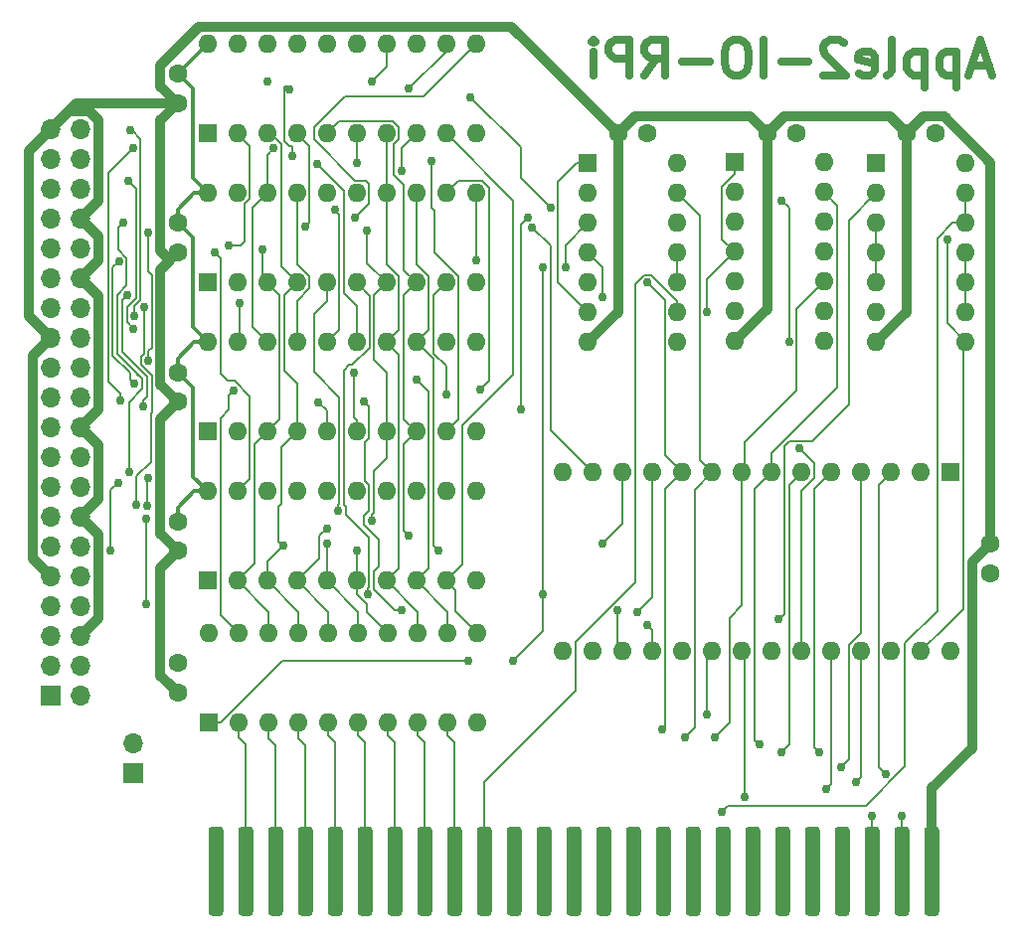
<source format=gbr>
G04 #@! TF.GenerationSoftware,KiCad,Pcbnew,(5.1.12-1-10_14)*
G04 #@! TF.CreationDate,2022-02-16T21:29:44-05:00*
G04 #@! TF.ProjectId,Apple2IORPi,4170706c-6532-4494-9f52-50692e6b6963,0.5*
G04 #@! TF.SameCoordinates,Original*
G04 #@! TF.FileFunction,Copper,L2,Bot*
G04 #@! TF.FilePolarity,Positive*
%FSLAX46Y46*%
G04 Gerber Fmt 4.6, Leading zero omitted, Abs format (unit mm)*
G04 Created by KiCad (PCBNEW (5.1.12-1-10_14)) date 2022-02-16 21:29:44*
%MOMM*%
%LPD*%
G01*
G04 APERTURE LIST*
G04 #@! TA.AperFunction,NonConductor*
%ADD10C,0.635000*%
G04 #@! TD*
G04 #@! TA.AperFunction,ComponentPad*
%ADD11C,1.600000*%
G04 #@! TD*
G04 #@! TA.AperFunction,ComponentPad*
%ADD12O,1.600000X1.600000*%
G04 #@! TD*
G04 #@! TA.AperFunction,ComponentPad*
%ADD13R,1.600000X1.600000*%
G04 #@! TD*
G04 #@! TA.AperFunction,ComponentPad*
%ADD14R,1.700000X1.700000*%
G04 #@! TD*
G04 #@! TA.AperFunction,ComponentPad*
%ADD15O,1.700000X1.700000*%
G04 #@! TD*
G04 #@! TA.AperFunction,ViaPad*
%ADD16C,0.762000*%
G04 #@! TD*
G04 #@! TA.AperFunction,Conductor*
%ADD17C,0.177800*%
G04 #@! TD*
G04 #@! TA.AperFunction,Conductor*
%ADD18C,0.812800*%
G04 #@! TD*
G04 #@! TA.AperFunction,Conductor*
%ADD19C,0.355600*%
G04 #@! TD*
G04 APERTURE END LIST*
D10*
X190365742Y-46888400D02*
X188914314Y-46888400D01*
X190656028Y-47759257D02*
X189640028Y-44711257D01*
X188624028Y-47759257D01*
X187608028Y-45727257D02*
X187608028Y-48775257D01*
X187608028Y-45872400D02*
X187317742Y-45727257D01*
X186737171Y-45727257D01*
X186446885Y-45872400D01*
X186301742Y-46017542D01*
X186156600Y-46307828D01*
X186156600Y-47178685D01*
X186301742Y-47468971D01*
X186446885Y-47614114D01*
X186737171Y-47759257D01*
X187317742Y-47759257D01*
X187608028Y-47614114D01*
X184850314Y-45727257D02*
X184850314Y-48775257D01*
X184850314Y-45872400D02*
X184560028Y-45727257D01*
X183979457Y-45727257D01*
X183689171Y-45872400D01*
X183544028Y-46017542D01*
X183398885Y-46307828D01*
X183398885Y-47178685D01*
X183544028Y-47468971D01*
X183689171Y-47614114D01*
X183979457Y-47759257D01*
X184560028Y-47759257D01*
X184850314Y-47614114D01*
X181657171Y-47759257D02*
X181947457Y-47614114D01*
X182092600Y-47323828D01*
X182092600Y-44711257D01*
X179334885Y-47614114D02*
X179625171Y-47759257D01*
X180205742Y-47759257D01*
X180496028Y-47614114D01*
X180641171Y-47323828D01*
X180641171Y-46162685D01*
X180496028Y-45872400D01*
X180205742Y-45727257D01*
X179625171Y-45727257D01*
X179334885Y-45872400D01*
X179189742Y-46162685D01*
X179189742Y-46452971D01*
X180641171Y-46743257D01*
X178028600Y-45001542D02*
X177883457Y-44856400D01*
X177593171Y-44711257D01*
X176867457Y-44711257D01*
X176577171Y-44856400D01*
X176432028Y-45001542D01*
X176286885Y-45291828D01*
X176286885Y-45582114D01*
X176432028Y-46017542D01*
X178173742Y-47759257D01*
X176286885Y-47759257D01*
X174980600Y-46598114D02*
X172658314Y-46598114D01*
X171206885Y-47759257D02*
X171206885Y-44711257D01*
X169174885Y-44711257D02*
X168594314Y-44711257D01*
X168304028Y-44856400D01*
X168013742Y-45146685D01*
X167868600Y-45727257D01*
X167868600Y-46743257D01*
X168013742Y-47323828D01*
X168304028Y-47614114D01*
X168594314Y-47759257D01*
X169174885Y-47759257D01*
X169465171Y-47614114D01*
X169755457Y-47323828D01*
X169900600Y-46743257D01*
X169900600Y-45727257D01*
X169755457Y-45146685D01*
X169465171Y-44856400D01*
X169174885Y-44711257D01*
X166562314Y-46598114D02*
X164240028Y-46598114D01*
X161046885Y-47759257D02*
X162062885Y-46307828D01*
X162788600Y-47759257D02*
X162788600Y-44711257D01*
X161627457Y-44711257D01*
X161337171Y-44856400D01*
X161192028Y-45001542D01*
X161046885Y-45291828D01*
X161046885Y-45727257D01*
X161192028Y-46017542D01*
X161337171Y-46162685D01*
X161627457Y-46307828D01*
X162788600Y-46307828D01*
X159740600Y-47759257D02*
X159740600Y-44711257D01*
X158579457Y-44711257D01*
X158289171Y-44856400D01*
X158144028Y-45001542D01*
X157998885Y-45291828D01*
X157998885Y-45727257D01*
X158144028Y-46017542D01*
X158289171Y-46162685D01*
X158579457Y-46307828D01*
X159740600Y-46307828D01*
X156692600Y-47759257D02*
X156692600Y-45727257D01*
X156692600Y-44711257D02*
X156837742Y-44856400D01*
X156692600Y-45001542D01*
X156547457Y-44856400D01*
X156692600Y-44711257D01*
X156692600Y-45001542D01*
D11*
X190500000Y-90170000D03*
X190500000Y-87670000D03*
D12*
X176326800Y-55168800D03*
X168706800Y-70408800D03*
X176326800Y-57708800D03*
X168706800Y-67868800D03*
X176326800Y-60248800D03*
X168706800Y-65328800D03*
X176326800Y-62788800D03*
X168706800Y-62788800D03*
X176326800Y-65328800D03*
X168706800Y-60248800D03*
X176326800Y-67868800D03*
X168706800Y-57708800D03*
X176326800Y-70408800D03*
D13*
X168706800Y-55168800D03*
X180771800Y-55245000D03*
D12*
X188391800Y-70485000D03*
X180771800Y-57785000D03*
X188391800Y-67945000D03*
X180771800Y-60325000D03*
X188391800Y-65405000D03*
X180771800Y-62865000D03*
X188391800Y-62865000D03*
X180771800Y-65405000D03*
X188391800Y-60325000D03*
X180771800Y-67945000D03*
X188391800Y-57785000D03*
X180771800Y-70485000D03*
X188391800Y-55245000D03*
X163830000Y-55245000D03*
X156210000Y-70485000D03*
X163830000Y-57785000D03*
X156210000Y-67945000D03*
X163830000Y-60325000D03*
X156210000Y-65405000D03*
X163830000Y-62865000D03*
X156210000Y-62865000D03*
X163830000Y-65405000D03*
X156210000Y-60325000D03*
X163830000Y-67945000D03*
X156210000Y-57785000D03*
X163830000Y-70485000D03*
D13*
X156210000Y-55245000D03*
D11*
X121285000Y-85765000D03*
X121285000Y-88265000D03*
X121285000Y-100330000D03*
X121285000Y-97830000D03*
X121285000Y-75565000D03*
X121285000Y-73065000D03*
X158790000Y-52705000D03*
X161290000Y-52705000D03*
X173990000Y-52705000D03*
X171490000Y-52705000D03*
X185851800Y-52705000D03*
X183351800Y-52705000D03*
D13*
X123825000Y-65405000D03*
D12*
X146685000Y-57785000D03*
X126365000Y-65405000D03*
X144145000Y-57785000D03*
X128905000Y-65405000D03*
X141605000Y-57785000D03*
X131445000Y-65405000D03*
X139065000Y-57785000D03*
X133985000Y-65405000D03*
X136525000Y-57785000D03*
X136525000Y-65405000D03*
X133985000Y-57785000D03*
X139065000Y-65405000D03*
X131445000Y-57785000D03*
X141605000Y-65405000D03*
X128905000Y-57785000D03*
X144145000Y-65405000D03*
X126365000Y-57785000D03*
X146685000Y-65405000D03*
X123825000Y-57785000D03*
D11*
X121285000Y-60325000D03*
X121285000Y-62825000D03*
D13*
X123825000Y-78105000D03*
D12*
X146685000Y-70485000D03*
X126365000Y-78105000D03*
X144145000Y-70485000D03*
X128905000Y-78105000D03*
X141605000Y-70485000D03*
X131445000Y-78105000D03*
X139065000Y-70485000D03*
X133985000Y-78105000D03*
X136525000Y-70485000D03*
X136525000Y-78105000D03*
X133985000Y-70485000D03*
X139065000Y-78105000D03*
X131445000Y-70485000D03*
X141605000Y-78105000D03*
X128905000Y-70485000D03*
X144145000Y-78105000D03*
X126365000Y-70485000D03*
X146685000Y-78105000D03*
X123825000Y-70485000D03*
D14*
X110490000Y-100584000D03*
D15*
X113030000Y-100584000D03*
X110490000Y-98044000D03*
X113030000Y-98044000D03*
X110490000Y-95504000D03*
X113030000Y-95504000D03*
X110490000Y-92964000D03*
X113030000Y-92964000D03*
X110490000Y-90424000D03*
X113030000Y-90424000D03*
X110490000Y-87884000D03*
X113030000Y-87884000D03*
X110490000Y-85344000D03*
X113030000Y-85344000D03*
X110490000Y-82804000D03*
X113030000Y-82804000D03*
X110490000Y-80264000D03*
X113030000Y-80264000D03*
X110490000Y-77724000D03*
X113030000Y-77724000D03*
X110490000Y-75184000D03*
X113030000Y-75184000D03*
X110490000Y-72644000D03*
X113030000Y-72644000D03*
X110490000Y-70104000D03*
X113030000Y-70104000D03*
X110490000Y-67564000D03*
X113030000Y-67564000D03*
X110490000Y-65024000D03*
X113030000Y-65024000D03*
X110490000Y-62484000D03*
X113030000Y-62484000D03*
X110490000Y-59944000D03*
X113030000Y-59944000D03*
X110490000Y-57404000D03*
X113030000Y-57404000D03*
X110490000Y-54864000D03*
X113030000Y-54864000D03*
X110490000Y-52324000D03*
X113030000Y-52324000D03*
D12*
X123825000Y-45085000D03*
X146685000Y-52705000D03*
X126365000Y-45085000D03*
X144145000Y-52705000D03*
X128905000Y-45085000D03*
X141605000Y-52705000D03*
X131445000Y-45085000D03*
X139065000Y-52705000D03*
X133985000Y-45085000D03*
X136525000Y-52705000D03*
X136525000Y-45085000D03*
X133985000Y-52705000D03*
X139065000Y-45085000D03*
X131445000Y-52705000D03*
X141605000Y-45085000D03*
X128905000Y-52705000D03*
X144145000Y-45085000D03*
X126365000Y-52705000D03*
X146685000Y-45085000D03*
D13*
X123825000Y-52705000D03*
X187101925Y-81586962D03*
D12*
X154081925Y-96826962D03*
X184561925Y-81586962D03*
X156621925Y-96826962D03*
X182021925Y-81586962D03*
X159161925Y-96826962D03*
X179481925Y-81586962D03*
X161701925Y-96826962D03*
X176941925Y-81586962D03*
X164241925Y-96826962D03*
X174401925Y-81586962D03*
X166781925Y-96826962D03*
X171861925Y-81586962D03*
X169321925Y-96826962D03*
X169321925Y-81586962D03*
X171861925Y-96826962D03*
X166781925Y-81586962D03*
X174401925Y-96826962D03*
X164241925Y-81586962D03*
X176941925Y-96826962D03*
X161701925Y-81586962D03*
X179481925Y-96826962D03*
X159161925Y-81586962D03*
X182021925Y-96826962D03*
X156621925Y-81586962D03*
X184561925Y-96826962D03*
X154081925Y-81586962D03*
X187101925Y-96826962D03*
G04 #@! TA.AperFunction,ConnectorPad*
G36*
G01*
X123900001Y-119062500D02*
X123900001Y-112077500D01*
G75*
G02*
X124217501Y-111760000I317500J0D01*
G01*
X124852501Y-111760000D01*
G75*
G02*
X125170001Y-112077500I0J-317500D01*
G01*
X125170001Y-119062500D01*
G75*
G02*
X124852501Y-119380000I-317500J0D01*
G01*
X124217501Y-119380000D01*
G75*
G02*
X123900001Y-119062500I0J317500D01*
G01*
G37*
G04 #@! TD.AperFunction*
G04 #@! TA.AperFunction,ConnectorPad*
G36*
G01*
X126440001Y-119062500D02*
X126440001Y-112077500D01*
G75*
G02*
X126757501Y-111760000I317500J0D01*
G01*
X127392501Y-111760000D01*
G75*
G02*
X127710001Y-112077500I0J-317500D01*
G01*
X127710001Y-119062500D01*
G75*
G02*
X127392501Y-119380000I-317500J0D01*
G01*
X126757501Y-119380000D01*
G75*
G02*
X126440001Y-119062500I0J317500D01*
G01*
G37*
G04 #@! TD.AperFunction*
G04 #@! TA.AperFunction,ConnectorPad*
G36*
G01*
X128980001Y-119062500D02*
X128980001Y-112077500D01*
G75*
G02*
X129297501Y-111760000I317500J0D01*
G01*
X129932501Y-111760000D01*
G75*
G02*
X130250001Y-112077500I0J-317500D01*
G01*
X130250001Y-119062500D01*
G75*
G02*
X129932501Y-119380000I-317500J0D01*
G01*
X129297501Y-119380000D01*
G75*
G02*
X128980001Y-119062500I0J317500D01*
G01*
G37*
G04 #@! TD.AperFunction*
G04 #@! TA.AperFunction,ConnectorPad*
G36*
G01*
X131520001Y-119062500D02*
X131520001Y-112077500D01*
G75*
G02*
X131837501Y-111760000I317500J0D01*
G01*
X132472501Y-111760000D01*
G75*
G02*
X132790001Y-112077500I0J-317500D01*
G01*
X132790001Y-119062500D01*
G75*
G02*
X132472501Y-119380000I-317500J0D01*
G01*
X131837501Y-119380000D01*
G75*
G02*
X131520001Y-119062500I0J317500D01*
G01*
G37*
G04 #@! TD.AperFunction*
G04 #@! TA.AperFunction,ConnectorPad*
G36*
G01*
X134060001Y-119062500D02*
X134060001Y-112077500D01*
G75*
G02*
X134377501Y-111760000I317500J0D01*
G01*
X135012501Y-111760000D01*
G75*
G02*
X135330001Y-112077500I0J-317500D01*
G01*
X135330001Y-119062500D01*
G75*
G02*
X135012501Y-119380000I-317500J0D01*
G01*
X134377501Y-119380000D01*
G75*
G02*
X134060001Y-119062500I0J317500D01*
G01*
G37*
G04 #@! TD.AperFunction*
G04 #@! TA.AperFunction,ConnectorPad*
G36*
G01*
X136600001Y-119062500D02*
X136600001Y-112077500D01*
G75*
G02*
X136917501Y-111760000I317500J0D01*
G01*
X137552501Y-111760000D01*
G75*
G02*
X137870001Y-112077500I0J-317500D01*
G01*
X137870001Y-119062500D01*
G75*
G02*
X137552501Y-119380000I-317500J0D01*
G01*
X136917501Y-119380000D01*
G75*
G02*
X136600001Y-119062500I0J317500D01*
G01*
G37*
G04 #@! TD.AperFunction*
G04 #@! TA.AperFunction,ConnectorPad*
G36*
G01*
X139140001Y-119062500D02*
X139140001Y-112077500D01*
G75*
G02*
X139457501Y-111760000I317500J0D01*
G01*
X140092501Y-111760000D01*
G75*
G02*
X140410001Y-112077500I0J-317500D01*
G01*
X140410001Y-119062500D01*
G75*
G02*
X140092501Y-119380000I-317500J0D01*
G01*
X139457501Y-119380000D01*
G75*
G02*
X139140001Y-119062500I0J317500D01*
G01*
G37*
G04 #@! TD.AperFunction*
G04 #@! TA.AperFunction,ConnectorPad*
G36*
G01*
X141680001Y-119062500D02*
X141680001Y-112077500D01*
G75*
G02*
X141997501Y-111760000I317500J0D01*
G01*
X142632501Y-111760000D01*
G75*
G02*
X142950001Y-112077500I0J-317500D01*
G01*
X142950001Y-119062500D01*
G75*
G02*
X142632501Y-119380000I-317500J0D01*
G01*
X141997501Y-119380000D01*
G75*
G02*
X141680001Y-119062500I0J317500D01*
G01*
G37*
G04 #@! TD.AperFunction*
G04 #@! TA.AperFunction,ConnectorPad*
G36*
G01*
X144220001Y-119062500D02*
X144220001Y-112077500D01*
G75*
G02*
X144537501Y-111760000I317500J0D01*
G01*
X145172501Y-111760000D01*
G75*
G02*
X145490001Y-112077500I0J-317500D01*
G01*
X145490001Y-119062500D01*
G75*
G02*
X145172501Y-119380000I-317500J0D01*
G01*
X144537501Y-119380000D01*
G75*
G02*
X144220001Y-119062500I0J317500D01*
G01*
G37*
G04 #@! TD.AperFunction*
G04 #@! TA.AperFunction,ConnectorPad*
G36*
G01*
X146760001Y-119062500D02*
X146760001Y-112077500D01*
G75*
G02*
X147077501Y-111760000I317500J0D01*
G01*
X147712501Y-111760000D01*
G75*
G02*
X148030001Y-112077500I0J-317500D01*
G01*
X148030001Y-119062500D01*
G75*
G02*
X147712501Y-119380000I-317500J0D01*
G01*
X147077501Y-119380000D01*
G75*
G02*
X146760001Y-119062500I0J317500D01*
G01*
G37*
G04 #@! TD.AperFunction*
G04 #@! TA.AperFunction,ConnectorPad*
G36*
G01*
X149300001Y-119062500D02*
X149300001Y-112077500D01*
G75*
G02*
X149617501Y-111760000I317500J0D01*
G01*
X150252501Y-111760000D01*
G75*
G02*
X150570001Y-112077500I0J-317500D01*
G01*
X150570001Y-119062500D01*
G75*
G02*
X150252501Y-119380000I-317500J0D01*
G01*
X149617501Y-119380000D01*
G75*
G02*
X149300001Y-119062500I0J317500D01*
G01*
G37*
G04 #@! TD.AperFunction*
G04 #@! TA.AperFunction,ConnectorPad*
G36*
G01*
X151840001Y-119062500D02*
X151840001Y-112077500D01*
G75*
G02*
X152157501Y-111760000I317500J0D01*
G01*
X152792501Y-111760000D01*
G75*
G02*
X153110001Y-112077500I0J-317500D01*
G01*
X153110001Y-119062500D01*
G75*
G02*
X152792501Y-119380000I-317500J0D01*
G01*
X152157501Y-119380000D01*
G75*
G02*
X151840001Y-119062500I0J317500D01*
G01*
G37*
G04 #@! TD.AperFunction*
G04 #@! TA.AperFunction,ConnectorPad*
G36*
G01*
X156920001Y-119062500D02*
X156920001Y-112077500D01*
G75*
G02*
X157237501Y-111760000I317500J0D01*
G01*
X157872501Y-111760000D01*
G75*
G02*
X158190001Y-112077500I0J-317500D01*
G01*
X158190001Y-119062500D01*
G75*
G02*
X157872501Y-119380000I-317500J0D01*
G01*
X157237501Y-119380000D01*
G75*
G02*
X156920001Y-119062500I0J317500D01*
G01*
G37*
G04 #@! TD.AperFunction*
G04 #@! TA.AperFunction,ConnectorPad*
G36*
G01*
X154380001Y-119062500D02*
X154380001Y-112077500D01*
G75*
G02*
X154697501Y-111760000I317500J0D01*
G01*
X155332501Y-111760000D01*
G75*
G02*
X155650001Y-112077500I0J-317500D01*
G01*
X155650001Y-119062500D01*
G75*
G02*
X155332501Y-119380000I-317500J0D01*
G01*
X154697501Y-119380000D01*
G75*
G02*
X154380001Y-119062500I0J317500D01*
G01*
G37*
G04 #@! TD.AperFunction*
G04 #@! TA.AperFunction,ConnectorPad*
G36*
G01*
X159460001Y-119062500D02*
X159460001Y-112077500D01*
G75*
G02*
X159777501Y-111760000I317500J0D01*
G01*
X160412501Y-111760000D01*
G75*
G02*
X160730001Y-112077500I0J-317500D01*
G01*
X160730001Y-119062500D01*
G75*
G02*
X160412501Y-119380000I-317500J0D01*
G01*
X159777501Y-119380000D01*
G75*
G02*
X159460001Y-119062500I0J317500D01*
G01*
G37*
G04 #@! TD.AperFunction*
G04 #@! TA.AperFunction,ConnectorPad*
G36*
G01*
X162000001Y-119062500D02*
X162000001Y-112077500D01*
G75*
G02*
X162317501Y-111760000I317500J0D01*
G01*
X162952501Y-111760000D01*
G75*
G02*
X163270001Y-112077500I0J-317500D01*
G01*
X163270001Y-119062500D01*
G75*
G02*
X162952501Y-119380000I-317500J0D01*
G01*
X162317501Y-119380000D01*
G75*
G02*
X162000001Y-119062500I0J317500D01*
G01*
G37*
G04 #@! TD.AperFunction*
G04 #@! TA.AperFunction,ConnectorPad*
G36*
G01*
X164540001Y-119062500D02*
X164540001Y-112077500D01*
G75*
G02*
X164857501Y-111760000I317500J0D01*
G01*
X165492501Y-111760000D01*
G75*
G02*
X165810001Y-112077500I0J-317500D01*
G01*
X165810001Y-119062500D01*
G75*
G02*
X165492501Y-119380000I-317500J0D01*
G01*
X164857501Y-119380000D01*
G75*
G02*
X164540001Y-119062500I0J317500D01*
G01*
G37*
G04 #@! TD.AperFunction*
G04 #@! TA.AperFunction,ConnectorPad*
G36*
G01*
X167080001Y-119062500D02*
X167080001Y-112077500D01*
G75*
G02*
X167397501Y-111760000I317500J0D01*
G01*
X168032501Y-111760000D01*
G75*
G02*
X168350001Y-112077500I0J-317500D01*
G01*
X168350001Y-119062500D01*
G75*
G02*
X168032501Y-119380000I-317500J0D01*
G01*
X167397501Y-119380000D01*
G75*
G02*
X167080001Y-119062500I0J317500D01*
G01*
G37*
G04 #@! TD.AperFunction*
G04 #@! TA.AperFunction,ConnectorPad*
G36*
G01*
X169620001Y-119062500D02*
X169620001Y-112077500D01*
G75*
G02*
X169937501Y-111760000I317500J0D01*
G01*
X170572501Y-111760000D01*
G75*
G02*
X170890001Y-112077500I0J-317500D01*
G01*
X170890001Y-119062500D01*
G75*
G02*
X170572501Y-119380000I-317500J0D01*
G01*
X169937501Y-119380000D01*
G75*
G02*
X169620001Y-119062500I0J317500D01*
G01*
G37*
G04 #@! TD.AperFunction*
G04 #@! TA.AperFunction,ConnectorPad*
G36*
G01*
X172160001Y-119062500D02*
X172160001Y-112077500D01*
G75*
G02*
X172477501Y-111760000I317500J0D01*
G01*
X173112501Y-111760000D01*
G75*
G02*
X173430001Y-112077500I0J-317500D01*
G01*
X173430001Y-119062500D01*
G75*
G02*
X173112501Y-119380000I-317500J0D01*
G01*
X172477501Y-119380000D01*
G75*
G02*
X172160001Y-119062500I0J317500D01*
G01*
G37*
G04 #@! TD.AperFunction*
G04 #@! TA.AperFunction,ConnectorPad*
G36*
G01*
X174700001Y-119062500D02*
X174700001Y-112077500D01*
G75*
G02*
X175017501Y-111760000I317500J0D01*
G01*
X175652501Y-111760000D01*
G75*
G02*
X175970001Y-112077500I0J-317500D01*
G01*
X175970001Y-119062500D01*
G75*
G02*
X175652501Y-119380000I-317500J0D01*
G01*
X175017501Y-119380000D01*
G75*
G02*
X174700001Y-119062500I0J317500D01*
G01*
G37*
G04 #@! TD.AperFunction*
G04 #@! TA.AperFunction,ConnectorPad*
G36*
G01*
X177240001Y-119062500D02*
X177240001Y-112077500D01*
G75*
G02*
X177557501Y-111760000I317500J0D01*
G01*
X178192501Y-111760000D01*
G75*
G02*
X178510001Y-112077500I0J-317500D01*
G01*
X178510001Y-119062500D01*
G75*
G02*
X178192501Y-119380000I-317500J0D01*
G01*
X177557501Y-119380000D01*
G75*
G02*
X177240001Y-119062500I0J317500D01*
G01*
G37*
G04 #@! TD.AperFunction*
G04 #@! TA.AperFunction,ConnectorPad*
G36*
G01*
X179780001Y-119062500D02*
X179780001Y-112077500D01*
G75*
G02*
X180097501Y-111760000I317500J0D01*
G01*
X180732501Y-111760000D01*
G75*
G02*
X181050001Y-112077500I0J-317500D01*
G01*
X181050001Y-119062500D01*
G75*
G02*
X180732501Y-119380000I-317500J0D01*
G01*
X180097501Y-119380000D01*
G75*
G02*
X179780001Y-119062500I0J317500D01*
G01*
G37*
G04 #@! TD.AperFunction*
G04 #@! TA.AperFunction,ConnectorPad*
G36*
G01*
X182320001Y-119062500D02*
X182320001Y-112077500D01*
G75*
G02*
X182637501Y-111760000I317500J0D01*
G01*
X183272501Y-111760000D01*
G75*
G02*
X183590001Y-112077500I0J-317500D01*
G01*
X183590001Y-119062500D01*
G75*
G02*
X183272501Y-119380000I-317500J0D01*
G01*
X182637501Y-119380000D01*
G75*
G02*
X182320001Y-119062500I0J317500D01*
G01*
G37*
G04 #@! TD.AperFunction*
G04 #@! TA.AperFunction,ConnectorPad*
G36*
G01*
X184860001Y-119062500D02*
X184860001Y-112077500D01*
G75*
G02*
X185177501Y-111760000I317500J0D01*
G01*
X185812501Y-111760000D01*
G75*
G02*
X186130001Y-112077500I0J-317500D01*
G01*
X186130001Y-119062500D01*
G75*
G02*
X185812501Y-119380000I-317500J0D01*
G01*
X185177501Y-119380000D01*
G75*
G02*
X184860001Y-119062500I0J317500D01*
G01*
G37*
G04 #@! TD.AperFunction*
D13*
X123952000Y-102870000D03*
D12*
X146812000Y-95250000D03*
X126492000Y-102870000D03*
X144272000Y-95250000D03*
X129032000Y-102870000D03*
X141732000Y-95250000D03*
X131572000Y-102870000D03*
X139192000Y-95250000D03*
X134112000Y-102870000D03*
X136652000Y-95250000D03*
X136652000Y-102870000D03*
X134112000Y-95250000D03*
X139192000Y-102870000D03*
X131572000Y-95250000D03*
X141732000Y-102870000D03*
X129032000Y-95250000D03*
X144272000Y-102870000D03*
X126492000Y-95250000D03*
X146812000Y-102870000D03*
X123952000Y-95250000D03*
X123825000Y-83185000D03*
X146685000Y-90805000D03*
X126365000Y-83185000D03*
X144145000Y-90805000D03*
X128905000Y-83185000D03*
X141605000Y-90805000D03*
X131445000Y-83185000D03*
X139065000Y-90805000D03*
X133985000Y-83185000D03*
X136525000Y-90805000D03*
X136525000Y-83185000D03*
X133985000Y-90805000D03*
X139065000Y-83185000D03*
X131445000Y-90805000D03*
X141605000Y-83185000D03*
X128905000Y-90805000D03*
X144145000Y-83185000D03*
X126365000Y-90805000D03*
X146685000Y-83185000D03*
D13*
X123825000Y-90805000D03*
D11*
X121285000Y-50125000D03*
X121285000Y-47625000D03*
D14*
X117500400Y-107238800D03*
D15*
X117500400Y-104698800D03*
D16*
X140970000Y-86995000D03*
X133985000Y-87630000D03*
X136525000Y-55245000D03*
X143510000Y-88265000D03*
X136525000Y-88265000D03*
X181610000Y-107315000D03*
X158750000Y-93345000D03*
X177800000Y-106654599D03*
X161290000Y-94602300D03*
X141605000Y-73660000D03*
X140335000Y-55892700D03*
X175895000Y-105410000D03*
X129438400Y-53988593D03*
X172720000Y-105397300D03*
X166370000Y-102235000D03*
X172466000Y-94107000D03*
X170815000Y-104749600D03*
X169557700Y-109220000D03*
X167005000Y-104140000D03*
X164465000Y-104140000D03*
X162560000Y-103505000D03*
X161290000Y-65405000D03*
X176530000Y-108585000D03*
X160401000Y-93497400D03*
X125649727Y-62204599D03*
X128524000Y-62547500D03*
X179070000Y-107950000D03*
X157454600Y-87680800D03*
X130276600Y-87833200D03*
X137795000Y-85725000D03*
X133985000Y-86360000D03*
X132156200Y-60629800D03*
X151485600Y-60706000D03*
X137414000Y-60947300D03*
X167640000Y-110490000D03*
X180415001Y-110871000D03*
X182955001Y-110871000D03*
X118592600Y-85547200D03*
X118618000Y-92837000D03*
X140335000Y-93345000D03*
X144145000Y-74930000D03*
X137160000Y-75565000D03*
X137509508Y-92004891D03*
X116205000Y-82448400D03*
X115581801Y-88265000D03*
X134975600Y-84886800D03*
X118719600Y-84429600D03*
X118783199Y-82016600D03*
X117779800Y-84378800D03*
X118427500Y-67487800D03*
X117132100Y-81584800D03*
X136372600Y-59867800D03*
X116611400Y-60299600D03*
X131025999Y-54636293D03*
X117475000Y-53975000D03*
X116408200Y-75412600D03*
X130810000Y-48920400D03*
X140970000Y-48895000D03*
X137795000Y-48272700D03*
X128905000Y-48272700D03*
X118351300Y-75980431D03*
X117017800Y-66497200D03*
X117602000Y-74015600D03*
X116281200Y-63600701D03*
X126517400Y-67157600D03*
X133248400Y-75603199D03*
X118783199Y-72059800D03*
X118783199Y-61163200D03*
X117500400Y-69316600D03*
X117043200Y-56718200D03*
X136271000Y-73088500D03*
X134645400Y-59207400D03*
X142925800Y-55067200D03*
X133159401Y-55269910D03*
X117602000Y-68224400D03*
X117271800Y-52451000D03*
X157480000Y-66675000D03*
X146050000Y-97601573D03*
X149860000Y-97601573D03*
X152400000Y-64135000D03*
X152400000Y-91948000D03*
X126034006Y-74625994D03*
X166370000Y-67945000D03*
X154330401Y-64135000D03*
X124460000Y-62865000D03*
X150495000Y-76200000D03*
X151136567Y-59833416D03*
X174218600Y-79552800D03*
X147015200Y-74549000D03*
X146685000Y-63500000D03*
X153035000Y-59055000D03*
X146227800Y-49631600D03*
X172720000Y-58420000D03*
X173355000Y-70485000D03*
X186798209Y-61703209D03*
D17*
X136652000Y-93472000D02*
X133985000Y-90805000D01*
X136652000Y-95250000D02*
X136652000Y-93472000D01*
X140538299Y-77038299D02*
X141605000Y-78105000D01*
X140538299Y-66471701D02*
X140538299Y-77038299D01*
X141605000Y-65405000D02*
X140538299Y-66471701D01*
X139687299Y-54622701D02*
X139700000Y-54610000D01*
X139687299Y-56203597D02*
X139687299Y-54622701D01*
X140538299Y-57054597D02*
X139687299Y-56203597D01*
X141605000Y-65405000D02*
X140538299Y-64338299D01*
X140538299Y-64338299D02*
X140538299Y-57054597D01*
X139577017Y-51638299D02*
X135051701Y-51638299D01*
X140131701Y-52192983D02*
X139577017Y-51638299D01*
X140131701Y-53217017D02*
X140131701Y-52192983D01*
X135051701Y-51638299D02*
X133985000Y-52705000D01*
X139700000Y-53648718D02*
X140131701Y-53217017D01*
X139700000Y-54610000D02*
X139700000Y-53648718D01*
X140538299Y-86563299D02*
X140970000Y-86995000D01*
X141605000Y-78105000D02*
X140538299Y-79171701D01*
X140538299Y-79171701D02*
X140538299Y-86563299D01*
X133985000Y-87630000D02*
X133985000Y-90805000D01*
X136525000Y-55245000D02*
X136525000Y-52705000D01*
X142671701Y-69418299D02*
X141605000Y-70485000D01*
X142671701Y-64892983D02*
X142671701Y-69418299D01*
X141605000Y-63826282D02*
X142671701Y-64892983D01*
X141605000Y-57785000D02*
X141605000Y-63826282D01*
X143027311Y-71907311D02*
X143027311Y-87782311D01*
X141605000Y-70485000D02*
X143027311Y-71907311D01*
X143027311Y-87782311D02*
X143510000Y-88265000D01*
X136525000Y-88265000D02*
X136525000Y-90805000D01*
X136525000Y-91936370D02*
X137414000Y-92825370D01*
X136525000Y-90805000D02*
X136525000Y-91936370D01*
X137414000Y-93472000D02*
X139192000Y-95250000D01*
X137414000Y-92825370D02*
X137414000Y-93472000D01*
X180955224Y-82653663D02*
X182021925Y-81586962D01*
X180955224Y-106660224D02*
X180955224Y-82653663D01*
X181610000Y-107315000D02*
X180955224Y-106660224D01*
X141732000Y-93472000D02*
X139065000Y-90805000D01*
X141732000Y-95250000D02*
X141732000Y-93472000D01*
X158750000Y-96415037D02*
X159161925Y-96826962D01*
X158750000Y-93345000D02*
X158750000Y-96415037D01*
X140131701Y-71551701D02*
X139065000Y-70485000D01*
X140131701Y-89738299D02*
X140131701Y-71551701D01*
X139065000Y-90805000D02*
X140131701Y-89738299D01*
X139065000Y-52705000D02*
X139065000Y-57785000D01*
X140131701Y-69418299D02*
X139065000Y-70485000D01*
X140131701Y-64892983D02*
X140131701Y-69418299D01*
X139065000Y-63826282D02*
X140131701Y-64892983D01*
X139065000Y-57785000D02*
X139065000Y-63826282D01*
X178415224Y-106039375D02*
X177800000Y-106654599D01*
X178415224Y-96314945D02*
X178415224Y-106039375D01*
X179481925Y-81586962D02*
X179481925Y-95248244D01*
X179481925Y-95248244D02*
X178415224Y-96314945D01*
X144272000Y-93472000D02*
X141605000Y-90805000D01*
X144272000Y-95250000D02*
X144272000Y-93472000D01*
X161701925Y-95014225D02*
X161701925Y-96826962D01*
X161290000Y-94602300D02*
X161701925Y-95014225D01*
X142671701Y-74726701D02*
X141605000Y-73660000D01*
X141605000Y-90805000D02*
X142671701Y-89738299D01*
X142671701Y-89738299D02*
X142671701Y-74726701D01*
X141605000Y-52705000D02*
X140335000Y-53975000D01*
X140335000Y-53975000D02*
X140335000Y-55892700D01*
X131445000Y-63826282D02*
X131445000Y-57785000D01*
X132388718Y-64770000D02*
X131445000Y-63826282D01*
X132511701Y-64770000D02*
X132388718Y-64770000D01*
X132511701Y-65917017D02*
X132511701Y-64770000D01*
X131445000Y-66983718D02*
X132511701Y-65917017D01*
X131445000Y-70485000D02*
X131445000Y-66983718D01*
X175514001Y-83014886D02*
X176941925Y-81586962D01*
X175514001Y-105029001D02*
X175514001Y-83014886D01*
X175895000Y-105410000D02*
X175514001Y-105029001D01*
X144944999Y-93382999D02*
X146812000Y-95250000D01*
X144145000Y-90805000D02*
X144944999Y-91604999D01*
X144944999Y-91604999D02*
X144944999Y-93382999D01*
X127635000Y-69215000D02*
X128905000Y-70485000D01*
X127635000Y-59055000D02*
X127635000Y-69215000D01*
X128905000Y-57785000D02*
X127635000Y-59055000D01*
X128905000Y-57785000D02*
X128905000Y-54521993D01*
X128905000Y-54521993D02*
X129438400Y-53988593D01*
X145150595Y-89799405D02*
X144145000Y-90805000D01*
X145542099Y-89407901D02*
X144145000Y-90805000D01*
X145542099Y-77597000D02*
X145542099Y-89407901D01*
X149872701Y-73266398D02*
X145542099Y-77597000D01*
X149872701Y-58432701D02*
X149872701Y-73266398D01*
X144145000Y-52705000D02*
X149872701Y-58432701D01*
X173335224Y-104782076D02*
X172720000Y-105397300D01*
X174401925Y-81586962D02*
X173335224Y-82653663D01*
X173335224Y-82653663D02*
X173335224Y-104782076D01*
X166370000Y-97238887D02*
X166781925Y-96826962D01*
X166370000Y-102235000D02*
X166370000Y-97238887D01*
X178415224Y-60141576D02*
X180771800Y-57785000D01*
X178415224Y-75776282D02*
X178415224Y-60141576D01*
X175286407Y-78905099D02*
X178415224Y-75776282D01*
X173393101Y-78905099D02*
X175286407Y-78905099D01*
X172928626Y-79369574D02*
X173393101Y-78905099D01*
X172928626Y-93644374D02*
X172928626Y-79369574D01*
X172466000Y-94107000D02*
X172928626Y-93644374D01*
X172085000Y-81363887D02*
X171861925Y-81586962D01*
X170434001Y-83014886D02*
X171861925Y-81586962D01*
X170434001Y-104368601D02*
X170434001Y-83014886D01*
X170815000Y-104749600D02*
X170434001Y-104368601D01*
X171861925Y-79933367D02*
X171861925Y-81586962D01*
X177469701Y-74325591D02*
X171861925Y-79933367D01*
X177469701Y-58851701D02*
X177469701Y-74325591D01*
X176326800Y-57708800D02*
X177469701Y-58851701D01*
X169557700Y-97062737D02*
X169321925Y-96826962D01*
X169557700Y-109220000D02*
X169557700Y-97062737D01*
X169545000Y-81363887D02*
X169321925Y-81586962D01*
X169321925Y-81586962D02*
X169321925Y-92933075D01*
X169321925Y-92933075D02*
X168255224Y-93999776D01*
X167005000Y-104140000D02*
X168275000Y-102870000D01*
X168255224Y-102850224D02*
X168255224Y-93999776D01*
X168275000Y-102870000D02*
X168255224Y-102850224D01*
X169545000Y-79051402D02*
X169545000Y-81363887D01*
X174002701Y-74593701D02*
X171627800Y-76968602D01*
X174002701Y-67652899D02*
X174002701Y-74593701D01*
X176326800Y-65328800D02*
X174002701Y-67652899D01*
X169545000Y-79051402D02*
X171627800Y-76968602D01*
X171627800Y-76968602D02*
X171774103Y-76822299D01*
X165308626Y-83060261D02*
X166781925Y-81586962D01*
X165308626Y-103296374D02*
X165308626Y-83060261D01*
X164465000Y-104140000D02*
X165308626Y-103296374D01*
X165722299Y-59677299D02*
X163830000Y-57785000D01*
X165722299Y-80527336D02*
X165722299Y-59677299D01*
X166781925Y-81586962D02*
X165722299Y-80527336D01*
X162814001Y-83014886D02*
X164241925Y-81586962D01*
X162814001Y-103250999D02*
X162560000Y-103505000D01*
X162814001Y-83014886D02*
X162814001Y-103250999D01*
X162763299Y-80108336D02*
X162763299Y-66878299D01*
X164241925Y-81586962D02*
X162763299Y-80108336D01*
X162763299Y-66878299D02*
X161290000Y-65405000D01*
X176941925Y-108173075D02*
X176941925Y-96826962D01*
X176530000Y-108585000D02*
X176941925Y-108173075D01*
X127838299Y-79171701D02*
X128905000Y-78105000D01*
X127838299Y-89331701D02*
X127838299Y-79171701D01*
X126365000Y-90805000D02*
X127838299Y-89331701D01*
X129971701Y-66471701D02*
X128905000Y-65405000D01*
X129971701Y-77038299D02*
X129971701Y-66471701D01*
X128905000Y-78105000D02*
X129971701Y-77038299D01*
X127164999Y-53504999D02*
X126365000Y-52705000D01*
X161701925Y-81586962D02*
X161701925Y-92196475D01*
X161701925Y-92196475D02*
X160401000Y-93497400D01*
X125687829Y-62242701D02*
X125649727Y-62204599D01*
X127431701Y-53771701D02*
X127431701Y-58297017D01*
X126365000Y-52705000D02*
X127431701Y-53771701D01*
X127431701Y-58297017D02*
X127012701Y-58716017D01*
X127012701Y-58716017D02*
X127012701Y-61905897D01*
X127012701Y-61905897D02*
X126675897Y-62242701D01*
X126675897Y-62242701D02*
X125687829Y-62242701D01*
X128524000Y-65024000D02*
X128905000Y-65405000D01*
X128524000Y-62547500D02*
X128524000Y-65024000D01*
X129032000Y-93472000D02*
X126365000Y-90805000D01*
X129032000Y-95250000D02*
X129032000Y-93472000D01*
X179481925Y-107538075D02*
X179481925Y-96826962D01*
X179070000Y-107950000D02*
X179481925Y-107538075D01*
X131572000Y-93472000D02*
X128905000Y-90805000D01*
X131572000Y-95250000D02*
X131572000Y-93472000D01*
X130276600Y-79273400D02*
X131445000Y-78105000D01*
X131445000Y-78105000D02*
X131445000Y-73983598D01*
X130378299Y-72916897D02*
X131445000Y-73983598D01*
X130378299Y-66471701D02*
X130378299Y-72916897D01*
X131445000Y-65405000D02*
X130378299Y-66471701D01*
X159161925Y-81586962D02*
X159161925Y-85973475D01*
X159161925Y-85973475D02*
X157454600Y-87680800D01*
X128905000Y-89204800D02*
X128905000Y-90805000D01*
X130276600Y-87833200D02*
X128905000Y-89204800D01*
X129895601Y-87452201D02*
X129895601Y-84505799D01*
X130276600Y-87833200D02*
X129895601Y-87452201D01*
X130124200Y-79425800D02*
X130276600Y-79273400D01*
X130124200Y-84277200D02*
X130124200Y-79425800D01*
X129895601Y-84505799D02*
X130124200Y-84277200D01*
X130175000Y-79375000D02*
X130276600Y-79273400D01*
X131445000Y-65405000D02*
X130086101Y-64046101D01*
X129214892Y-52705000D02*
X128905000Y-52705000D01*
X130086101Y-53576209D02*
X129214892Y-52705000D01*
X130086101Y-54508400D02*
X130086101Y-53576209D01*
X130086101Y-54508400D02*
X130086101Y-54394099D01*
X130086101Y-64046101D02*
X130086101Y-54508400D01*
X134112000Y-93472000D02*
X131445000Y-90805000D01*
X134112000Y-95250000D02*
X134112000Y-93472000D01*
X132244999Y-53504999D02*
X131445000Y-52705000D01*
X133337299Y-88912701D02*
X131445000Y-90805000D01*
X133337299Y-87007701D02*
X133337299Y-88912701D01*
X133985000Y-86360000D02*
X133337299Y-87007701D01*
X139065000Y-80391000D02*
X139065000Y-78105000D01*
X137972800Y-81483200D02*
X139065000Y-80391000D01*
X137972800Y-84988400D02*
X137972800Y-81483200D01*
X137795000Y-85725000D02*
X137795000Y-85166200D01*
X137795000Y-85166200D02*
X137972800Y-84988400D01*
X139065000Y-73075800D02*
X139065000Y-78105000D01*
X137998299Y-72009099D02*
X139065000Y-73075800D01*
X139065000Y-65405000D02*
X137998299Y-66471701D01*
X137998299Y-66471701D02*
X137998299Y-72009099D01*
X132511701Y-60274299D02*
X132156200Y-60629800D01*
X131445000Y-52705000D02*
X132511701Y-53771701D01*
X132511701Y-53771701D02*
X132511701Y-60274299D01*
X153047701Y-78012738D02*
X156621925Y-81586962D01*
X153047701Y-62268101D02*
X153047701Y-78012738D01*
X151485600Y-60706000D02*
X153047701Y-62268101D01*
X137414000Y-63754000D02*
X137414000Y-60947300D01*
X139065000Y-65405000D02*
X137414000Y-63754000D01*
X188391800Y-57785000D02*
X188391800Y-60325000D01*
X187260430Y-60325000D02*
X185959024Y-61626406D01*
X188391800Y-60325000D02*
X187260430Y-60325000D01*
X168122600Y-110007400D02*
X179876198Y-110007400D01*
X168122600Y-110007400D02*
X167640000Y-110490000D01*
X185959024Y-93392771D02*
X185959024Y-61626406D01*
X183232299Y-96119496D02*
X185959024Y-93392771D01*
X183232299Y-106651299D02*
X183232299Y-96119496D01*
X179876198Y-110007400D02*
X183232299Y-106651299D01*
X180415001Y-115570000D02*
X180415001Y-110871000D01*
X182955001Y-110871000D02*
X182955001Y-115570000D01*
X142315001Y-104584371D02*
X142315001Y-115570000D01*
X141732000Y-102870000D02*
X141732000Y-104001370D01*
X141732000Y-104001370D02*
X142315001Y-104584371D01*
X139775001Y-104584371D02*
X139775001Y-115570000D01*
X139192000Y-102870000D02*
X139192000Y-104001370D01*
X139192000Y-104001370D02*
X139775001Y-104584371D01*
X137235001Y-104584371D02*
X137235001Y-115570000D01*
X136652000Y-102870000D02*
X136652000Y-104001370D01*
X136652000Y-104001370D02*
X137235001Y-104584371D01*
X134695001Y-104584371D02*
X134695001Y-115570000D01*
X134112000Y-102870000D02*
X134112000Y-104001370D01*
X134112000Y-104001370D02*
X134695001Y-104584371D01*
X131572000Y-102870000D02*
X131572000Y-104267000D01*
X132155001Y-104850001D02*
X132155001Y-115570000D01*
X131572000Y-104267000D02*
X132155001Y-104850001D01*
X129032000Y-102870000D02*
X129032000Y-104267000D01*
X129615001Y-104850001D02*
X129615001Y-115570000D01*
X129032000Y-104267000D02*
X129615001Y-104850001D01*
X127075001Y-104775000D02*
X127075001Y-115570000D01*
X126492000Y-104191999D02*
X127075001Y-104775000D01*
X126492000Y-102870000D02*
X126492000Y-104191999D01*
X118592600Y-85547200D02*
X118592600Y-92811600D01*
X118592600Y-92811600D02*
X118618000Y-92837000D01*
X143078299Y-71455391D02*
X144145000Y-72522092D01*
X144145000Y-65405000D02*
X143078299Y-66471701D01*
X143078299Y-66471701D02*
X143078299Y-71455391D01*
X144145000Y-72522092D02*
X144145000Y-74930000D01*
X138442701Y-89573198D02*
X137998299Y-90017600D01*
X138442701Y-87331299D02*
X138442701Y-89573198D01*
X137147299Y-86035897D02*
X138442701Y-87331299D01*
X137998299Y-91547114D02*
X139796185Y-93345000D01*
X137147299Y-85310993D02*
X137147299Y-86035897D01*
X137160000Y-75565000D02*
X137591701Y-75996701D01*
X139796185Y-93345000D02*
X140335000Y-93345000D01*
X137591701Y-75996701D02*
X137591701Y-78689299D01*
X137591701Y-78689299D02*
X137236200Y-79044800D01*
X137236200Y-79044800D02*
X137236200Y-82317482D01*
X137591701Y-84866591D02*
X137147299Y-85310993D01*
X137236200Y-82317482D02*
X137591701Y-82672983D01*
X137998299Y-90017600D02*
X137998299Y-91547114D01*
X137591701Y-82672983D02*
X137591701Y-84866591D01*
X137509508Y-91466076D02*
X137509508Y-92004891D01*
X137591701Y-91383883D02*
X137509508Y-91466076D01*
X137591701Y-87121901D02*
X137591701Y-91383883D01*
X135623301Y-85153501D02*
X137591701Y-87121901D01*
X136525000Y-65405000D02*
X137642600Y-66522600D01*
X135458299Y-84328099D02*
X135623301Y-84493101D01*
X135623301Y-84493101D02*
X135623301Y-85153501D01*
X135458299Y-76308103D02*
X135458299Y-77089000D01*
X135458299Y-77089000D02*
X135458299Y-84328099D01*
X136147919Y-72440799D02*
X135890001Y-72440799D01*
X137642600Y-70946118D02*
X136147919Y-72440799D01*
X137642600Y-66522600D02*
X137642600Y-70946118D01*
X135458299Y-72872501D02*
X135458299Y-75412600D01*
X135890001Y-72440799D02*
X135458299Y-72872501D01*
X135458299Y-75087690D02*
X135458299Y-75412600D01*
X135458299Y-75412600D02*
X135458299Y-77089000D01*
X116205000Y-82448400D02*
X115581801Y-83071599D01*
X115581801Y-83071599D02*
X115581801Y-88265000D01*
X134975600Y-84347985D02*
X134975600Y-84886800D01*
X133985000Y-65405000D02*
X133985000Y-66954400D01*
X132867311Y-68072089D02*
X132867311Y-72999610D01*
X133985000Y-66954400D02*
X132867311Y-68072089D01*
X132867311Y-72999610D02*
X135051701Y-75184000D01*
X135051701Y-75184000D02*
X135051701Y-84271884D01*
X135051701Y-84271884D02*
X134975600Y-84347985D01*
X118719600Y-84429600D02*
X118719600Y-82080199D01*
X118719600Y-82080199D02*
X118783199Y-82016600D01*
X117779800Y-81895698D02*
X117779800Y-84378800D01*
X118999000Y-80676498D02*
X117779800Y-81895698D01*
X119075289Y-76479311D02*
X118999000Y-76555600D01*
X119075289Y-73310488D02*
X119075289Y-76479311D01*
X118135498Y-71748903D02*
X118135498Y-72370697D01*
X118427500Y-71456901D02*
X118135498Y-71748903D01*
X118427500Y-67487800D02*
X118427500Y-68605400D01*
X118427500Y-68605400D02*
X118427500Y-71456901D01*
X118427500Y-68605400D02*
X118427500Y-69348098D01*
X118135498Y-72370697D02*
X119075289Y-73310488D01*
X118999000Y-76555600D02*
X118999000Y-80676498D01*
X117132100Y-81584800D02*
X117132100Y-75596498D01*
X136419581Y-56718299D02*
X137337899Y-56718299D01*
X132918299Y-53217017D02*
X136419581Y-56718299D01*
X137591701Y-58648699D02*
X136372600Y-59867800D01*
X137337899Y-56718299D02*
X137591701Y-56972101D01*
X137591701Y-56972101D02*
X137591701Y-58648699D01*
X116230401Y-60680599D02*
X116230401Y-62611001D01*
X116611400Y-60299600D02*
X116230401Y-60680599D01*
X116928901Y-65620899D02*
X116103420Y-66446380D01*
X116230401Y-62611001D02*
X116928901Y-63309501D01*
X116928901Y-63309501D02*
X116928901Y-65620899D01*
X118249701Y-74478897D02*
X118249701Y-74142600D01*
X117132100Y-75596498D02*
X118249701Y-74478897D01*
X117957609Y-73329486D02*
X117627723Y-72999600D01*
X118249701Y-74142600D02*
X118249701Y-73704703D01*
X116103420Y-66446380D02*
X116103420Y-69240400D01*
X116103420Y-69240400D02*
X116103420Y-70535800D01*
X118249701Y-73621578D02*
X118249701Y-74142600D01*
X116103420Y-71475297D02*
X118249701Y-73621578D01*
X116103420Y-69240400D02*
X116103420Y-71475297D01*
X142227299Y-49542701D02*
X146685000Y-45085000D01*
X135568581Y-49542701D02*
X142227299Y-49542701D01*
X132918299Y-52192983D02*
X135568581Y-49542701D01*
X132918299Y-53217017D02*
X132918299Y-52192983D01*
X131025999Y-53835399D02*
X131025999Y-54636293D01*
X130962301Y-53771701D02*
X131025999Y-53835399D01*
X130784501Y-53771701D02*
X130962301Y-53771701D01*
X130378299Y-53365499D02*
X130784501Y-53771701D01*
X130378299Y-48691701D02*
X130378299Y-53365499D01*
X117475000Y-53975000D02*
X115392200Y-56057800D01*
X115392200Y-73857785D02*
X115392200Y-70916800D01*
X116408200Y-74873785D02*
X115392200Y-73857785D01*
X116408200Y-75412600D02*
X116408200Y-74873785D01*
X115392200Y-56057800D02*
X115392200Y-70916800D01*
X115392200Y-70916800D02*
X115392200Y-71577200D01*
X130581301Y-48691701D02*
X130810000Y-48920400D01*
X130378299Y-48691701D02*
X130581301Y-48691701D01*
X144145000Y-45720000D02*
X144145000Y-45085000D01*
X140970000Y-48895000D02*
X144145000Y-45720000D01*
X139065000Y-45085000D02*
X139065000Y-47002700D01*
X139065000Y-47002700D02*
X137795000Y-48272700D01*
X118351300Y-75441616D02*
X118351300Y-75980431D01*
X118719679Y-75073237D02*
X118351300Y-75441616D01*
X118719679Y-73457786D02*
X118719679Y-75073237D01*
X116598690Y-71336797D02*
X118719679Y-73457786D01*
X116598690Y-66916310D02*
X116598690Y-71336797D01*
X117017800Y-66497200D02*
X116598690Y-66916310D01*
X115747810Y-64134091D02*
X116281200Y-63600701D01*
X115747810Y-71622595D02*
X115747810Y-64134091D01*
X117221001Y-73095786D02*
X115747810Y-71622595D01*
X117221001Y-73634601D02*
X117221001Y-73095786D01*
X117602000Y-74015600D02*
X117221001Y-73634601D01*
X126517400Y-70332600D02*
X126365000Y-70485000D01*
X126517400Y-67157600D02*
X126517400Y-70332600D01*
X133985000Y-78105000D02*
X133985000Y-76339799D01*
X133985000Y-76339799D02*
X133248400Y-75603199D01*
X118783199Y-71221600D02*
X118783199Y-72059800D01*
X119075200Y-70929599D02*
X118783199Y-71221600D01*
X119075200Y-64744600D02*
X119075200Y-70929599D01*
X118783199Y-64452599D02*
X119075200Y-64744600D01*
X118783199Y-61163200D02*
X118783199Y-64452599D01*
X117754400Y-57429400D02*
X117043200Y-56718200D01*
X117754400Y-66719198D02*
X117754400Y-57429400D01*
X116954299Y-67519299D02*
X117754400Y-66719198D01*
X116954299Y-68770499D02*
X116954299Y-67519299D01*
X117500400Y-69316600D02*
X116954299Y-68770499D01*
X136271000Y-76911200D02*
X136525000Y-77165200D01*
X136271000Y-73088500D02*
X136271000Y-76911200D01*
X136525000Y-78105000D02*
X136525000Y-77165200D01*
X135051701Y-59613701D02*
X134645400Y-59207400D01*
X135051701Y-69418299D02*
X135051701Y-59613701D01*
X133985000Y-70485000D02*
X135051701Y-69418299D01*
X145211701Y-77038299D02*
X144145000Y-78105000D01*
X145211701Y-64892983D02*
X145211701Y-77038299D01*
X143154400Y-62835682D02*
X145211701Y-64892983D01*
X143154400Y-59258200D02*
X143154400Y-62835682D01*
X142925800Y-59029600D02*
X142925800Y-55067200D01*
X143154400Y-59258200D02*
X142925800Y-59029600D01*
X133159401Y-55269910D02*
X133096000Y-55372000D01*
X136525000Y-67411600D02*
X136525000Y-70485000D01*
X135458299Y-66344899D02*
X136525000Y-67411600D01*
X135458299Y-57568808D02*
X135458299Y-66344899D01*
X133159401Y-55269910D02*
X135458299Y-57568808D01*
X117424200Y-52451000D02*
X117271800Y-52451000D01*
X117602000Y-68224400D02*
X117602000Y-67374506D01*
X117602000Y-67374506D02*
X118110009Y-66866497D01*
X118110009Y-66866497D02*
X118110010Y-66497190D01*
X118110010Y-66497190D02*
X118122701Y-66484499D01*
X118122701Y-66484499D02*
X118122701Y-53149501D01*
X118122701Y-53149501D02*
X117424200Y-52451000D01*
X188391800Y-67945000D02*
X188391800Y-65405000D01*
X188391800Y-65405000D02*
X188391800Y-62865000D01*
X157480000Y-64135000D02*
X156210000Y-62865000D01*
X157480000Y-66675000D02*
X157480000Y-64135000D01*
X130198227Y-97601573D02*
X146050000Y-97601573D01*
X123952000Y-102870000D02*
X124929800Y-102870000D01*
X124929800Y-102870000D02*
X130198227Y-97601573D01*
X149860000Y-97601573D02*
X152400000Y-95061573D01*
X152400000Y-91948000D02*
X152400000Y-64135000D01*
X152400000Y-95061573D02*
X152400000Y-91948000D01*
X144855001Y-104584371D02*
X144855001Y-115570000D01*
X144272000Y-102870000D02*
X144272000Y-104001370D01*
X144272000Y-104001370D02*
X144855001Y-104584371D01*
X124967901Y-93725901D02*
X126492000Y-95250000D01*
X125653007Y-76251494D02*
X124967901Y-76936600D01*
X125653007Y-75006993D02*
X125653007Y-76251494D01*
X126034006Y-74625994D02*
X125653007Y-75006993D01*
X124967901Y-76936600D02*
X124967901Y-93725901D01*
X180771800Y-60325000D02*
X180771800Y-62865000D01*
X180771800Y-62865000D02*
X180771800Y-65405000D01*
X147395001Y-115570000D02*
X147395001Y-107950000D01*
X147649001Y-107696000D02*
X147955000Y-107390001D01*
X147395001Y-107950000D02*
X147649001Y-107696000D01*
X155148626Y-100196375D02*
X147649001Y-107696000D01*
X155148626Y-95987776D02*
X155148626Y-100196375D01*
X160228626Y-90907776D02*
X155148626Y-95987776D01*
X160228626Y-65507776D02*
X160228626Y-90907776D01*
X160979103Y-64757299D02*
X160228626Y-65507776D01*
X161603581Y-64757299D02*
X160979103Y-64757299D01*
X163830000Y-66983718D02*
X161603581Y-64757299D01*
X163830000Y-67945000D02*
X163830000Y-66983718D01*
X166370000Y-65125600D02*
X166370000Y-67945000D01*
X168706800Y-62788800D02*
X166370000Y-65125600D01*
X168706800Y-56146600D02*
X168706800Y-55168800D01*
X167640099Y-57213301D02*
X168706800Y-56146600D01*
X167640099Y-61722099D02*
X167640099Y-57213301D01*
X168706800Y-62788800D02*
X167640099Y-61722099D01*
X153682701Y-65417701D02*
X156210000Y-67945000D01*
X153682701Y-56794499D02*
X153682701Y-65417701D01*
X156210000Y-55245000D02*
X155232200Y-55245000D01*
X155232200Y-55245000D02*
X153682701Y-56794499D01*
X163830000Y-62865000D02*
X163830000Y-65405000D01*
D18*
X158790000Y-67905000D02*
X156210000Y-70485000D01*
X158790000Y-52705000D02*
X158790000Y-67905000D01*
X171490000Y-67625600D02*
X168706800Y-70408800D01*
X171490000Y-52705000D02*
X171490000Y-67625600D01*
X184812201Y-51244599D02*
X183351800Y-52705000D01*
X186552793Y-51244599D02*
X184812201Y-51244599D01*
X190500000Y-55191806D02*
X186552793Y-51244599D01*
X190500000Y-87670000D02*
X190500000Y-55191806D01*
X172950401Y-51244599D02*
X171490000Y-52705000D01*
X181891399Y-51244599D02*
X172950401Y-51244599D01*
X183351800Y-52705000D02*
X181891399Y-51244599D01*
X160250401Y-51244599D02*
X158790000Y-52705000D01*
X170029599Y-51244599D02*
X160250401Y-51244599D01*
X171490000Y-52705000D02*
X170029599Y-51244599D01*
X119824599Y-48664599D02*
X121285000Y-50125000D01*
X119824599Y-46924007D02*
X119824599Y-48664599D01*
X123124007Y-43624599D02*
X119824599Y-46924007D01*
X149709599Y-43624599D02*
X123124007Y-43624599D01*
X158790000Y-52705000D02*
X149709599Y-43624599D01*
X120485001Y-99530001D02*
X121285000Y-100330000D01*
X112689000Y-50125000D02*
X110490000Y-52324000D01*
X121285000Y-50125000D02*
X112689000Y-50125000D01*
X114540401Y-58433599D02*
X113030000Y-59944000D01*
X114540401Y-51599007D02*
X114540401Y-58433599D01*
X113754993Y-50813599D02*
X114540401Y-51599007D01*
X112000401Y-50813599D02*
X113754993Y-50813599D01*
X110490000Y-52324000D02*
X112000401Y-50813599D01*
X114540401Y-63513599D02*
X113030000Y-65024000D01*
X114540401Y-61454401D02*
X114540401Y-63513599D01*
X113030000Y-59944000D02*
X114540401Y-61454401D01*
X114540401Y-76213599D02*
X113030000Y-77724000D01*
X114540401Y-66534401D02*
X114540401Y-76213599D01*
X113030000Y-65024000D02*
X114540401Y-66534401D01*
X114540401Y-83833599D02*
X113030000Y-85344000D01*
X114540401Y-79234401D02*
X114540401Y-83833599D01*
X113030000Y-77724000D02*
X114540401Y-79234401D01*
X114540401Y-93993599D02*
X113030000Y-95504000D01*
X114540401Y-86854401D02*
X114540401Y-93993599D01*
X113030000Y-85344000D02*
X114540401Y-86854401D01*
X108635410Y-68249410D02*
X110490000Y-70104000D01*
X108635410Y-54178590D02*
X108635410Y-68249410D01*
X110490000Y-52324000D02*
X108635410Y-54178590D01*
X108979599Y-88913599D02*
X110490000Y-90424000D01*
X108979599Y-71614401D02*
X108979599Y-88913599D01*
X110490000Y-70104000D02*
X108979599Y-71614401D01*
X119824599Y-89725401D02*
X121285000Y-88265000D01*
X119824599Y-98869599D02*
X119824599Y-89725401D01*
X121285000Y-100330000D02*
X119824599Y-98869599D01*
X119824599Y-77025401D02*
X121285000Y-75565000D01*
X119824599Y-86804599D02*
X119824599Y-77025401D01*
X121285000Y-88265000D02*
X119824599Y-86804599D01*
X119824599Y-74104599D02*
X119824599Y-64325401D01*
X121285000Y-75565000D02*
X119824599Y-74104599D01*
X119824599Y-64325401D02*
X120650000Y-63500000D01*
X119824599Y-51585401D02*
X121285000Y-50125000D01*
X119824599Y-62674599D02*
X119824599Y-51585401D01*
X120650000Y-63500000D02*
X119824599Y-62674599D01*
X183351800Y-67905000D02*
X180771800Y-70485000D01*
X183351800Y-52705000D02*
X183351800Y-67905000D01*
X188917936Y-105087064D02*
X185495001Y-108509999D01*
X188917936Y-89252064D02*
X188917936Y-105087064D01*
X185495001Y-108509999D02*
X185495001Y-115570000D01*
X190500000Y-87670000D02*
X188917936Y-89252064D01*
X173990000Y-52705000D02*
X173990000Y-52832000D01*
D19*
X123825000Y-45085000D02*
X121285000Y-47625000D01*
X122555000Y-56515000D02*
X123825000Y-57785000D01*
X122555000Y-48895000D02*
X122555000Y-56515000D01*
X121285000Y-47625000D02*
X122555000Y-48895000D01*
X121285000Y-59193630D02*
X121285000Y-60325000D01*
X122693630Y-57785000D02*
X121285000Y-59193630D01*
X123825000Y-57785000D02*
X122693630Y-57785000D01*
X122555000Y-69215000D02*
X123825000Y-70485000D01*
X122555000Y-61595000D02*
X122555000Y-69215000D01*
X121285000Y-60325000D02*
X122555000Y-61595000D01*
X121285000Y-71893630D02*
X121285000Y-73065000D01*
X122693630Y-70485000D02*
X121285000Y-71893630D01*
X123825000Y-70485000D02*
X122693630Y-70485000D01*
X122593199Y-81953199D02*
X123825000Y-83185000D01*
X122593199Y-74373199D02*
X122593199Y-81953199D01*
X121285000Y-73065000D02*
X122593199Y-74373199D01*
X121285000Y-84593630D02*
X121285000Y-85765000D01*
X122693630Y-83185000D02*
X121285000Y-84593630D01*
X123825000Y-83185000D02*
X122693630Y-83185000D01*
D17*
X156210000Y-60325000D02*
X154330401Y-62204599D01*
X154330401Y-62204599D02*
X154330401Y-64135000D01*
X127431701Y-82118299D02*
X126365000Y-83185000D01*
X124460000Y-62865000D02*
X124967901Y-63372901D01*
X124967901Y-73202701D02*
X125552200Y-73787000D01*
X124967901Y-70307200D02*
X124967901Y-73202701D01*
X124967901Y-70307200D02*
X124967901Y-70694705D01*
X124967901Y-63372901D02*
X124967901Y-70307200D01*
X125552200Y-73787000D02*
X126111000Y-73787000D01*
X127431701Y-75107701D02*
X127431701Y-75717400D01*
X126111000Y-73787000D02*
X127431701Y-75107701D01*
X127431701Y-75463400D02*
X127431701Y-75717400D01*
X127431701Y-75717400D02*
X127431701Y-82118299D01*
X150495000Y-60474983D02*
X151136567Y-59833416D01*
X150495000Y-62052200D02*
X150495000Y-60474983D01*
X150495000Y-62052200D02*
X150495000Y-61620401D01*
X150495000Y-76200000D02*
X150495000Y-62052200D01*
X174401925Y-96826962D02*
X174401925Y-83165680D01*
X175468626Y-80802826D02*
X174218600Y-79552800D01*
X175468626Y-82098979D02*
X175468626Y-80802826D01*
X174401925Y-83165680D02*
X175468626Y-82098979D01*
X147827901Y-73736299D02*
X147015200Y-74549000D01*
X147827901Y-57349183D02*
X147827901Y-73736299D01*
X147197017Y-56718299D02*
X147827901Y-57349183D01*
X145211701Y-56718299D02*
X147197017Y-56718299D01*
X144145000Y-57785000D02*
X145211701Y-56718299D01*
X146685000Y-63500000D02*
X146685000Y-57785000D01*
X153035000Y-59055000D02*
X150495000Y-56515000D01*
X150495000Y-53898800D02*
X150495000Y-56515000D01*
X146227800Y-49631600D02*
X150495000Y-53898800D01*
X172720000Y-58420000D02*
X173355000Y-59055000D01*
X173355000Y-59055000D02*
X173355000Y-70485000D01*
X186798209Y-68891409D02*
X188391800Y-70485000D01*
X186798209Y-61703209D02*
X186798209Y-68891409D01*
X188168626Y-93220260D02*
X188168626Y-70708174D01*
X186820843Y-94568043D02*
X188168626Y-93220260D01*
X184561925Y-96826962D02*
X186820843Y-94568043D01*
X188168626Y-70708174D02*
X188391800Y-70485000D01*
X186820843Y-94568043D02*
X187180287Y-94208600D01*
M02*

</source>
